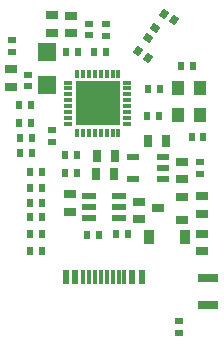
<source format=gtp>
G04*
G04 #@! TF.GenerationSoftware,Altium Limited,Altium Designer,20.1.11 (218)*
G04*
G04 Layer_Color=8421504*
%FSLAX25Y25*%
%MOIN*%
G70*
G04*
G04 #@! TF.SameCoordinates,01B7F1E6-864A-458B-A1BD-962147C64F84*
G04*
G04*
G04 #@! TF.FilePolarity,Positive*
G04*
G01*
G75*
%ADD10R,0.02756X0.02362*%
%ADD11R,0.07000X0.03000*%
%ADD12R,0.02362X0.04528*%
%ADD13R,0.01181X0.04528*%
G04:AMPARAMS|DCode=14|XSize=23.62mil|YSize=27.56mil|CornerRadius=0mil|HoleSize=0mil|Usage=FLASHONLY|Rotation=145.000|XOffset=0mil|YOffset=0mil|HoleType=Round|Shape=Rectangle|*
%AMROTATEDRECTD14*
4,1,4,0.01758,0.00451,0.00177,-0.01806,-0.01758,-0.00451,-0.00177,0.01806,0.01758,0.00451,0.0*
%
%ADD14ROTATEDRECTD14*%

%ADD15R,0.03937X0.03150*%
%ADD16R,0.03543X0.04724*%
%ADD17R,0.03543X0.04724*%
%ADD18R,0.02362X0.02756*%
%ADD19R,0.01181X0.03150*%
%ADD20R,0.03150X0.01181*%
%ADD21R,0.14764X0.14764*%
G04:AMPARAMS|DCode=22|XSize=23.62mil|YSize=39.37mil|CornerRadius=1.18mil|HoleSize=0mil|Usage=FLASHONLY|Rotation=90.000|XOffset=0mil|YOffset=0mil|HoleType=Round|Shape=RoundedRectangle|*
%AMROUNDEDRECTD22*
21,1,0.02362,0.03701,0,0,90.0*
21,1,0.02126,0.03937,0,0,90.0*
1,1,0.00236,0.01850,0.01063*
1,1,0.00236,0.01850,-0.01063*
1,1,0.00236,-0.01850,-0.01063*
1,1,0.00236,-0.01850,0.01063*
%
%ADD22ROUNDEDRECTD22*%
%ADD23R,0.04724X0.02362*%
%ADD24R,0.03150X0.03937*%
%ADD25R,0.03937X0.02362*%
%ADD26R,0.04331X0.05118*%
G04:AMPARAMS|DCode=27|XSize=23.62mil|YSize=27.56mil|CornerRadius=0mil|HoleSize=0mil|Usage=FLASHONLY|Rotation=55.000|XOffset=0mil|YOffset=0mil|HoleType=Round|Shape=Rectangle|*
%AMROTATEDRECTD27*
4,1,4,0.00451,-0.01758,-0.01806,-0.00177,-0.00451,0.01758,0.01806,0.00177,0.00451,-0.01758,0.0*
%
%ADD27ROTATEDRECTD27*%

%ADD28R,0.05906X0.05906*%
D10*
X67278Y18618D02*
D03*
Y14681D02*
D03*
X11471Y108379D02*
D03*
Y112316D02*
D03*
X74122Y71764D02*
D03*
Y67827D02*
D03*
X42854Y117670D02*
D03*
Y113733D02*
D03*
X37142Y113971D02*
D03*
Y117908D02*
D03*
X16865Y96982D02*
D03*
Y100919D02*
D03*
X25065Y78519D02*
D03*
Y82456D02*
D03*
D11*
X77000Y24000D02*
D03*
Y33000D02*
D03*
D12*
X54781Y33360D02*
D03*
X51631D02*
D03*
X29584D02*
D03*
X32734D02*
D03*
D13*
X49072D02*
D03*
X47104D02*
D03*
X35293D02*
D03*
X37261D02*
D03*
X39230D02*
D03*
X45135D02*
D03*
X43167D02*
D03*
X41198D02*
D03*
D14*
X65616Y118978D02*
D03*
X56851Y106389D02*
D03*
X53626Y108647D02*
D03*
X62391Y121236D02*
D03*
D15*
X74866Y41996D02*
D03*
Y47902D02*
D03*
X11332Y96697D02*
D03*
Y102603D02*
D03*
X53836Y58525D02*
D03*
Y52620D02*
D03*
X68151Y66014D02*
D03*
Y71920D02*
D03*
X30869Y55068D02*
D03*
Y60974D02*
D03*
X74835Y54380D02*
D03*
Y60285D02*
D03*
X31368Y114643D02*
D03*
Y120548D02*
D03*
X25018Y114798D02*
D03*
Y120703D02*
D03*
D16*
X69300Y46800D02*
D03*
D17*
X57300D02*
D03*
D18*
X21618Y53500D02*
D03*
X17681D02*
D03*
Y58000D02*
D03*
X21618D02*
D03*
X40465Y47573D02*
D03*
X36528D02*
D03*
X46278Y47653D02*
D03*
X50215D02*
D03*
X33142Y68073D02*
D03*
X29205D02*
D03*
X17681Y42222D02*
D03*
X21618D02*
D03*
X67830Y103830D02*
D03*
X71767D02*
D03*
X56830Y96256D02*
D03*
X60767D02*
D03*
X21618Y68278D02*
D03*
X17681D02*
D03*
X18118Y79778D02*
D03*
X14181D02*
D03*
X75355Y80115D02*
D03*
X71418D02*
D03*
X17681Y63122D02*
D03*
X21618D02*
D03*
X14181Y74722D02*
D03*
X18118D02*
D03*
X60559Y87014D02*
D03*
X56622D02*
D03*
X38946Y108418D02*
D03*
X42883D02*
D03*
X33142Y74002D02*
D03*
X29205D02*
D03*
X29587Y108573D02*
D03*
X33524D02*
D03*
X18018Y84656D02*
D03*
X14081D02*
D03*
X17681Y47722D02*
D03*
X21618D02*
D03*
X14081Y90666D02*
D03*
X18018D02*
D03*
D19*
X47072Y101181D02*
D03*
X45104D02*
D03*
X43135D02*
D03*
X41167D02*
D03*
X39198D02*
D03*
X37230D02*
D03*
X35261D02*
D03*
X33293D02*
D03*
Y81496D02*
D03*
X35261D02*
D03*
X37230D02*
D03*
X39198D02*
D03*
X41167D02*
D03*
X43135D02*
D03*
X45104D02*
D03*
X47072D02*
D03*
D20*
X30340Y98228D02*
D03*
Y96260D02*
D03*
Y94291D02*
D03*
Y92323D02*
D03*
Y90354D02*
D03*
Y88386D02*
D03*
Y86417D02*
D03*
Y84449D02*
D03*
X50025D02*
D03*
Y86417D02*
D03*
Y88386D02*
D03*
Y90354D02*
D03*
Y92323D02*
D03*
Y94291D02*
D03*
Y96260D02*
D03*
Y98228D02*
D03*
D21*
X40183Y91339D02*
D03*
D22*
X60342Y56291D02*
D03*
X68216Y60031D02*
D03*
Y52551D02*
D03*
D23*
X47105Y60547D02*
D03*
Y56807D02*
D03*
Y53067D02*
D03*
X37262D02*
D03*
Y56807D02*
D03*
Y60547D02*
D03*
D24*
X39659Y67632D02*
D03*
X45565D02*
D03*
X62897Y78869D02*
D03*
X56992D02*
D03*
X45752Y73869D02*
D03*
X39847D02*
D03*
D25*
X62005Y73492D02*
D03*
Y69752D02*
D03*
Y66012D02*
D03*
X51768Y73492D02*
D03*
Y66012D02*
D03*
D26*
X66811Y87392D02*
D03*
X74292D02*
D03*
X66811Y96447D02*
D03*
X74292D02*
D03*
D27*
X56914Y113146D02*
D03*
X59172Y116371D02*
D03*
D28*
X23106Y108394D02*
D03*
Y97394D02*
D03*
M02*

</source>
